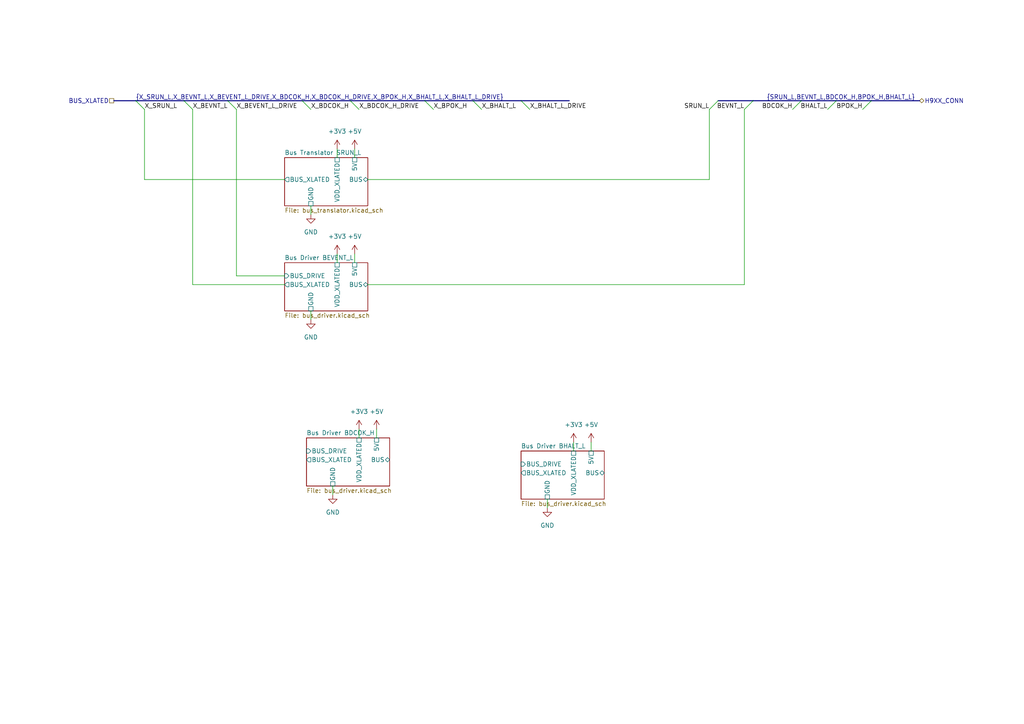
<source format=kicad_sch>
(kicad_sch (version 20230121) (generator eeschema)
  (paper "A4")
  (lib_symbols
    (symbol "power:+3V3" (power) (pin_names (offset 0))
      (property "Value" "+3V3" (at 0 3.556 0))
      (symbol "+3V3_0_1"
        (polyline (pts (xy -0.762 1.27) (xy 0 2.54)))
        (polyline (pts (xy 0 0) (xy 0 2.54)))
        (polyline (pts (xy 0 2.54) (xy 0.762 1.27)))
      )
      (symbol "+3V3_1_1"
        (pin power_in line (at 0 0 90) (length 0) hide (name "+3V3") (number "1"))
      )
    )
    (symbol "power:+5V" (power) (pin_names (offset 0))
      (property "Value" "+5V" (at 0 3.556 0))
      (symbol "+5V_0_1"
        (polyline (pts (xy -0.762 1.27) (xy 0 2.54)))
        (polyline (pts (xy 0 0) (xy 0 2.54)))
        (polyline (pts (xy 0 2.54) (xy 0.762 1.27)))
      )
      (symbol "+5V_1_1"
        (pin power_in line (at 0 0 90) (length 0) hide (name "+5V") (number "1"))
      )
    )
    (symbol "power:GND" (power) (pin_names (offset 0))
      (property "Value" "GND" (at 0 -3.81 0))
      (symbol "GND_0_1"
        (polyline (pts (xy 0 0) (xy 0 -1.27) (xy 1.27 -1.27) (xy 0 -2.54) (xy -1.27 -1.27) (xy 0 -1.27)))
      )
      (symbol "GND_1_1"
        (pin power_in line (at 0 0 270) (length 0) hide (name "GND") (number "1"))
      )
    )
  )
  (bus_entry (at 101.6 29.21) (size 2.54 2.54))
  (bus_entry (at 232.41 29.21) (size -2.54 2.54))
  (bus_entry (at 208.28 29.21) (size -2.54 2.54))
  (bus_entry (at 137.16 29.21) (size 2.54 2.54))
  (bus_entry (at 123.19 29.21) (size 2.54 2.54))
  (bus_entry (at 151.13 29.21) (size 2.54 2.54))
  (bus_entry (at 218.44 29.21) (size -2.54 2.54))
  (bus_entry (at 39.37 29.21) (size 2.54 2.54))
  (bus_entry (at 87.63 29.21) (size 2.54 2.54))
  (bus_entry (at 53.34 29.21) (size 2.54 2.54))
  (bus_entry (at 242.57 29.21) (size -2.54 2.54))
  (bus_entry (at 66.04 29.21) (size 2.54 2.54))
  (bus_entry (at 252.73 29.21) (size -2.54 2.54))
  (bus (pts (xy 151.13 29.21) (xy 165.1 29.21)))
  (wire (pts (xy 97.79 73.66) (xy 97.79 76.2)))
  (bus (pts (xy 242.57 29.21) (xy 232.41 29.21)))
  (bus (pts (xy 66.04 29.21) (xy 87.63 29.21)))
  (wire (pts (xy 55.88 82.55) (xy 82.55 82.55)))
  (wire (pts (xy 109.22 124.46) (xy 109.22 127)))
  (wire (pts (xy 102.87 73.66) (xy 102.87 76.2)))
  (wire (pts (xy 97.79 43.18) (xy 97.79 45.72)))
  (bus (pts (xy 218.44 29.21) (xy 208.28 29.21)))
  (wire (pts (xy 90.17 59.69) (xy 90.17 62.23)))
  (wire (pts (xy 102.87 43.18) (xy 102.87 45.72)))
  (bus (pts (xy 266.7 29.21) (xy 252.73 29.21)))
  (bus (pts (xy 33.02 29.21) (xy 39.37 29.21)))
  (bus (pts (xy 123.19 29.21) (xy 137.16 29.21)))
  (wire (pts (xy 41.91 52.07) (xy 82.55 52.07)))
  (wire (pts (xy 205.74 52.07) (xy 205.74 31.75)))
  (wire (pts (xy 171.45 128.27) (xy 171.45 130.81)))
  (wire (pts (xy 96.52 140.97) (xy 96.52 143.51)))
  (bus (pts (xy 252.73 29.21) (xy 242.57 29.21)))
  (wire (pts (xy 166.37 128.27) (xy 166.37 130.81)))
  (bus (pts (xy 87.63 29.21) (xy 101.6 29.21)))
  (wire (pts (xy 104.14 124.46) (xy 104.14 127)))
  (wire (pts (xy 106.68 52.07) (xy 205.74 52.07)))
  (bus (pts (xy 101.6 29.21) (xy 123.19 29.21)))
  (wire (pts (xy 215.9 82.55) (xy 215.9 31.75)))
  (wire (pts (xy 106.68 82.55) (xy 215.9 82.55)))
  (wire (pts (xy 55.88 31.75) (xy 55.88 82.55)))
  (wire (pts (xy 90.17 90.17) (xy 90.17 92.71)))
  (wire (pts (xy 68.58 31.75) (xy 68.58 80.01)))
  (bus (pts (xy 137.16 29.21) (xy 151.13 29.21)))
  (bus (pts (xy 53.34 29.21) (xy 66.04 29.21)))
  (wire (pts (xy 68.58 80.01) (xy 82.55 80.01)))
  (bus (pts (xy 39.37 29.21) (xy 53.34 29.21)))
  (wire (pts (xy 41.91 52.07) (xy 41.91 31.75)))
  (bus (pts (xy 232.41 29.21) (xy 218.44 29.21)))
  (wire (pts (xy 158.75 144.78) (xy 158.75 147.32)))
  (label "X_BDCOK_H_DRIVE" (at 104.14 31.75 0))
  (label "X_BEVNT_L" (at 55.88 31.75 0))
  (label "{X_SRUN_L,X_BEVNT_L,X_BEVENT_L_DRIVE,X_BDCOK_H,X_BDCOK_H_DRIVE,X_BPOK_H,X_BHALT_L,X_BHALT_L_DRIVE}" (at 39.37 29.21 0))
  (label "X_BHALT_L_DRIVE" (at 153.67 31.75 0))
  (label "{SRUN_L,BEVNT_L,BDCOK_H,BPOK_H,BHALT_L}" (at 265.43 29.21 180))
  (label "X_SRUN_L" (at 41.91 31.75 0))
  (label "BHALT_L" (at 240.03 31.75 180))
  (label "X_BPOK_H" (at 125.73 31.75 0))
  (label "X_BEVENT_L_DRIVE" (at 68.58 31.75 0))
  (label "X_BHALT_L" (at 139.7 31.75 0))
  (label "BPOK_H" (at 250.19 31.75 180))
  (label "X_BDCOK_H" (at 90.17 31.75 0))
  (label "BDCOK_H" (at 229.87 31.75 180))
  (label "SRUN_L" (at 205.74 31.75 180))
  (label "BEVNT_L" (at 215.9 31.75 180))
  (hierarchical_label "BUS_XLATED" (shape passive) (at 33.02 29.21 180))
  (hierarchical_label "H9XX_CONN" (shape bidirectional) (at 266.7 29.21 0))
  (symbol (lib_id "power:+5V") (at 102.87 43.18 0) (unit 1)
    (property "Reference" "#PWR015" (effects hide))
    (property "Value" "+5V" (at 102.87 38.1 0))
  )
  (symbol (lib_id "power:GND") (at 90.17 62.23 0) (unit 1)
    (property "Reference" "#PWR016" (effects hide))
    (property "Value" "GND" (at 90.17 67.31 0))
  )
  (symbol (lib_id "power:GND") (at 158.75 147.32 0) (unit 1)
    (property "Reference" "#PWR020" (effects hide))
    (property "Value" "GND" (at 158.75 152.4 0))
  )
  (symbol (lib_id "power:+3V3") (at 97.79 43.18 0) (unit 1)
    (property "Reference" "#PWR014" (effects hide))
    (property "Value" "+3V3" (at 97.79 38.1 0))
  )
  (symbol (lib_id "power:+3V3") (at 97.79 73.66 0) (unit 1)
    (property "Reference" "#PWR012" (effects hide))
    (property "Value" "+3V3" (at 97.79 68.58 0))
  )
  (symbol (lib_id "power:+5V") (at 109.22 124.46 0) (unit 1)
    (property "Reference" "#PWR019" (effects hide))
    (property "Value" "+5V" (at 109.22 119.38 0))
  )
  (symbol (lib_id "power:GND") (at 90.17 92.71 0) (unit 1)
    (property "Reference" "#PWR013" (effects hide))
    (property "Value" "GND" (at 90.17 97.79 0))
  )
  (symbol (lib_id "power:GND") (at 96.52 143.51 0) (unit 1)
    (property "Reference" "#PWR017" (effects hide))
    (property "Value" "GND" (at 96.52 148.59 0))
  )
  (symbol (lib_id "power:+5V") (at 102.87 73.66 0) (unit 1)
    (property "Reference" "#PWR011" (effects hide))
    (property "Value" "+5V" (at 102.87 68.58 0))
  )
  (symbol (lib_id "power:+5V") (at 171.45 128.27 0) (unit 1)
    (property "Reference" "#PWR022" (effects hide))
    (property "Value" "+5V" (at 171.45 123.19 0))
  )
  (symbol (lib_id "power:+3V3") (at 166.37 128.27 0) (unit 1)
    (property "Reference" "#PWR021" (effects hide))
    (property "Value" "+3V3" (at 166.37 123.19 0))
  )
  (symbol (lib_id "power:+3V3") (at 104.14 124.46 0) (unit 1)
    (property "Reference" "#PWR018" (effects hide))
    (property "Value" "+3V3" (at 104.14 119.38 0))
  )
  (sheet (at 82.55 76.2) (size 24.13 13.97) (stroke (width 0.1524))
    (property "Sheetname" "Bus Driver BEVENT_L" (at 82.55 75.4884 0) (effects (justify left bottom)))
    (property "Sheetfile" "bus_driver.kicad_sch" (at 82.55 90.7546 0) (effects (justify left top)))
    (pin "GND" passive (at 90.17 90.17 270))
    (pin "BUS_XLATED" output (at 82.55 82.55 180))
    (pin "BUS" bidirectional (at 106.68 82.55 0))
    (pin "5V" passive (at 102.87 76.2 90))
    (pin "VDD_XLATED" passive (at 97.79 76.2 90))
    (pin "BUS_DRIVE" input (at 82.55 80.01 180))
  )
  (sheet (at 82.55 45.72) (size 24.13 13.97) (stroke (width 0.1524))
    (property "Sheetname" "Bus Translator SRUN_L" (at 82.55 45.0084 0) (effects (justify left bottom)))
    (property "Sheetfile" "bus_translator.kicad_sch" (at 82.55 60.2746 0) (effects (justify left top)))
    (pin "5V" passive (at 102.87 45.72 90))
    (pin "VDD_XLATED" passive (at 97.79 45.72 90))
    (pin "BUS" bidirectional (at 106.68 52.07 0))
    (pin "GND" passive (at 90.17 59.69 270))
    (pin "BUS_XLATED" output (at 82.55 52.07 180))
  )
  (sheet (at 151.13 130.81) (size 24.13 13.97) (stroke (width 0.1524))
    (property "Sheetname" "Bus Driver BHALT_L" (at 151.13 130.0984 0) (effects (justify left bottom)))
    (property "Sheetfile" "bus_driver.kicad_sch" (at 151.13 145.3646 0) (effects (justify left top)))
    (pin "GND" passive (at 158.75 144.78 270))
    (pin "BUS_XLATED" output (at 151.13 137.16 180))
    (pin "BUS" bidirectional (at 175.26 137.16 0))
    (pin "5V" passive (at 171.45 130.81 90))
    (pin "VDD_XLATED" passive (at 166.37 130.81 90))
    (pin "BUS_DRIVE" input (at 151.13 134.62 180))
  )
  (sheet (at 88.9 127) (size 24.13 13.97) (stroke (width 0.1524))
    (property "Sheetname" "Bus Driver BDCOK_H" (at 88.9 126.2884 0) (effects (justify left bottom)))
    (property "Sheetfile" "bus_driver.kicad_sch" (at 88.9 141.5546 0) (effects (justify left top)))
    (pin "GND" passive (at 96.52 140.97 270))
    (pin "BUS_XLATED" output (at 88.9 133.35 180))
    (pin "BUS" bidirectional (at 113.03 133.35 0))
    (pin "5V" passive (at 109.22 127 90))
    (pin "VDD_XLATED" passive (at 104.14 127 90))
    (pin "BUS_DRIVE" input (at 88.9 130.81 180))
  )
)
</source>
